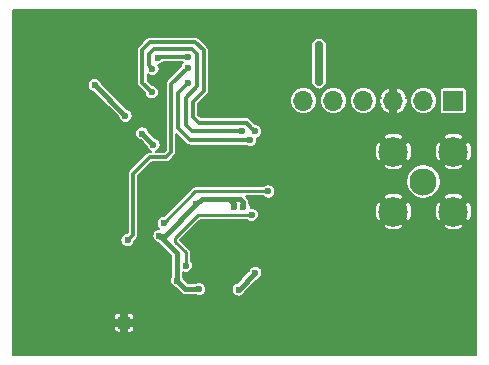
<source format=gbl>
G04 #@! TF.GenerationSoftware,KiCad,Pcbnew,(5.1.0)-1*
G04 #@! TF.CreationDate,2019-06-21T15:08:08-03:00*
G04 #@! TF.ProjectId,EstacionTerrena,45737461-6369-46f6-9e54-657272656e61,rev?*
G04 #@! TF.SameCoordinates,Original*
G04 #@! TF.FileFunction,Copper,L2,Bot*
G04 #@! TF.FilePolarity,Positive*
%FSLAX46Y46*%
G04 Gerber Fmt 4.6, Leading zero omitted, Abs format (unit mm)*
G04 Created by KiCad (PCBNEW (5.1.0)-1) date 2019-06-21 15:08:08*
%MOMM*%
%LPD*%
G04 APERTURE LIST*
%ADD10R,1.700000X1.700000*%
%ADD11O,1.700000X1.700000*%
%ADD12C,2.300000*%
%ADD13C,2.500000*%
%ADD14R,1.000000X1.000000*%
%ADD15C,0.600000*%
%ADD16C,1.200000*%
%ADD17C,1.000000*%
%ADD18C,0.400000*%
%ADD19C,0.700000*%
%ADD20C,0.300000*%
%ADD21C,0.250000*%
%ADD22C,0.200000*%
G04 APERTURE END LIST*
D10*
X37674520Y-8095600D03*
D11*
X35134520Y-8095600D03*
X32594520Y-8095600D03*
X30054520Y-8095600D03*
X27514520Y-8095600D03*
X24974520Y-8095600D03*
D12*
X35139600Y-14928200D03*
D13*
X32599600Y-17468200D03*
X37679600Y-17468200D03*
X37679600Y-12388200D03*
X32599600Y-12388200D03*
D14*
X9805640Y-26871280D03*
D15*
X12279600Y-11829400D03*
X11314400Y-10864200D03*
X26300400Y-3396600D03*
X26300400Y-4006200D03*
X26300400Y-6495400D03*
X26300400Y-5835000D03*
X7306280Y-6769720D03*
X9912320Y-9375760D03*
X30593000Y-25545400D03*
X31482000Y-25545400D03*
X29678600Y-25545400D03*
X30567600Y-24656400D03*
X30593000Y-26434400D03*
X29704000Y-26434400D03*
X31482000Y-26434400D03*
X31482000Y-24656400D03*
X29678600Y-24656400D03*
D16*
X3999200Y-9594200D03*
X2627600Y-9594200D03*
X3338800Y-8324200D03*
X1814800Y-8324200D03*
X1256000Y-9594200D03*
X2780000Y-20211400D03*
X4151600Y-20211400D03*
X2068800Y-21481400D03*
X3592800Y-21481400D03*
D15*
X17105600Y-20109800D03*
X16242000Y-19246200D03*
X17969200Y-19246200D03*
X17969200Y-20973400D03*
X16242000Y-20973400D03*
X9333200Y-14826600D03*
X5878800Y-16299800D03*
X16038800Y-25139000D03*
X22846000Y-20363800D03*
X18528000Y-24885000D03*
X22866320Y-22370400D03*
D16*
X1408400Y-20211400D03*
D15*
X20153600Y-28796602D03*
X14006800Y-25799398D03*
X22693600Y-2685400D03*
X24420800Y-1364600D03*
D17*
X20153600Y-3396600D03*
X29500800Y-1669400D03*
D15*
X24116000Y-4209400D03*
D17*
X30567600Y-3295000D03*
D15*
X30262800Y-1110600D03*
X30821600Y-1567800D03*
X30872400Y-2380600D03*
X30313600Y-2025000D03*
X30405051Y-4250051D03*
X29246800Y-4361800D03*
X27824400Y-4412600D03*
X19137600Y-14267800D03*
X20407600Y-14318600D03*
X26391840Y-26906840D03*
X22160200Y-18204800D03*
X5421598Y-21430600D03*
X22251640Y-24661480D03*
X11619198Y-21075000D03*
X19225000Y-28023400D03*
X12254200Y-22929172D03*
X17232600Y-14445600D03*
X26391840Y-26221040D03*
X26315640Y-23427040D03*
X26275000Y-22802200D03*
X25589200Y-22751400D03*
X25589200Y-22091000D03*
X25589200Y-21405200D03*
X25411400Y-20744800D03*
X25081200Y-20059000D03*
X24649400Y-19525600D03*
X24217600Y-18941400D03*
X26417240Y-27567240D03*
X27291000Y-27958400D03*
X28002200Y-27958400D03*
X28713400Y-27958400D03*
X31583600Y-28618800D03*
X31202600Y-29177600D03*
X30542200Y-29406200D03*
X29831000Y-29406200D03*
X29145200Y-29406200D03*
X28434000Y-29406200D03*
X23506400Y-22400880D03*
X23496240Y-23071440D03*
X22251640Y-24011240D03*
X22251640Y-25306640D03*
X22277040Y-25992440D03*
X22302440Y-26678240D03*
X22302440Y-27364040D03*
X22835840Y-23071440D03*
X22226240Y-23325440D03*
X22962840Y-27592640D03*
X23623240Y-27618040D03*
X25731440Y-27618040D03*
X21728400Y-28491800D03*
X21296600Y-27882200D03*
X21017200Y-28542600D03*
X27748200Y-29406200D03*
X27087800Y-29406200D03*
X26427400Y-29406200D03*
X25792400Y-29406200D03*
X25157400Y-29406200D03*
X24522400Y-29406200D03*
X23887400Y-29406200D03*
X23252400Y-29406200D03*
X22617400Y-29406200D03*
X21957000Y-29406200D03*
X21372800Y-29126800D03*
X22185600Y-22319600D03*
X20458400Y-21252800D03*
X21093400Y-21532200D03*
X21499800Y-22116400D03*
X20534600Y-19474800D03*
X21118800Y-19170000D03*
X21550600Y-18611200D03*
X22769800Y-18027000D03*
X23862000Y-18382600D03*
X23430200Y-17874600D03*
X28281600Y-27323400D03*
X32244000Y-28339400D03*
X32371000Y-27628200D03*
D16*
X37471320Y-21979240D03*
X37603400Y-28608640D03*
D15*
X32990760Y-28984560D03*
X34850040Y-29020120D03*
X35525680Y-29045520D03*
X36191160Y-29040440D03*
X36841400Y-29243640D03*
X38380640Y-27973640D03*
X39061360Y-27897440D03*
X38411120Y-21562680D03*
X37923440Y-21095320D03*
X37268120Y-21024200D03*
X36668680Y-21313760D03*
X36470560Y-21948760D03*
X38645830Y-22151960D03*
X35688240Y-25870520D03*
X32325280Y-29004880D03*
X21652200Y-27358960D03*
X21322000Y-25611440D03*
X25060880Y-27628200D03*
X27077640Y-27338640D03*
X26386590Y-25535240D03*
X26386590Y-24849440D03*
X26386590Y-24138240D03*
X35998120Y-21135960D03*
X35566320Y-20648280D03*
X35119280Y-20160600D03*
X34662080Y-19718640D03*
X34082960Y-19449400D03*
X33442880Y-19378280D03*
X28129200Y-18164160D03*
X26955720Y-16035640D03*
X28474640Y-13470240D03*
X31756320Y-19068400D03*
X30974000Y-18179400D03*
X30847000Y-17574880D03*
X30907960Y-16909400D03*
X30892720Y-16249000D03*
X31344840Y-15756240D03*
X31995080Y-15624160D03*
X32675800Y-15619080D03*
X33376840Y-15629240D03*
X33356520Y-14150960D03*
X32701200Y-14150960D03*
X32045880Y-14120480D03*
X31385480Y-14023960D03*
X31151800Y-13414360D03*
X30826680Y-12677760D03*
X30166280Y-12672680D03*
X29521120Y-12662520D03*
X28896280Y-12672680D03*
X28256200Y-12850480D03*
X28591480Y-14125560D03*
X29140120Y-14476080D03*
X29124880Y-15111080D03*
X28505120Y-15202520D03*
X27865040Y-15207600D03*
X27230040Y-15233000D03*
X26615360Y-15466680D03*
X27128440Y-16701120D03*
X27763440Y-16894160D03*
X28423840Y-16904320D03*
X29063920Y-16909400D03*
X29124880Y-17534240D03*
X28494960Y-17615520D03*
X28408600Y-18819480D03*
X29043600Y-18976960D03*
X29114720Y-19606880D03*
X28875960Y-20211400D03*
X20128200Y-6622400D03*
X16424880Y-8603600D03*
X31431200Y-6891640D03*
X7326600Y-2898760D03*
X10557480Y-8517240D03*
X12193240Y-5398120D03*
X19792920Y-10691480D03*
X12132280Y-7369160D03*
X20880040Y-10671160D03*
X10086000Y-19893000D03*
X15164800Y-5293000D03*
X15186000Y-4393000D03*
X12648380Y-4430620D03*
X16140400Y-24043010D03*
X19493200Y-24072200D03*
X20905600Y-22659800D03*
X15886400Y-16858600D03*
X19137600Y-17087200D03*
X19899600Y-17087200D03*
X14276058Y-23325458D03*
X12787600Y-19525600D03*
X15180280Y-6617320D03*
X20456789Y-11430231D03*
X15022800Y-22065600D03*
X20610800Y-17747600D03*
X22007800Y-15766400D03*
X13143200Y-18458800D03*
D18*
X12279600Y-11829400D02*
X11314400Y-10864200D01*
D19*
X26300400Y-3396600D02*
X26300400Y-5530200D01*
X26300400Y-5530200D02*
X26300400Y-6495400D01*
D18*
X7306280Y-6769720D02*
X9912320Y-9375760D01*
D20*
X15952440Y-6876400D02*
X15007560Y-7821280D01*
X12299920Y-3691240D02*
X15551120Y-3691240D01*
X11893241Y-4097919D02*
X12299920Y-3691240D01*
X15007560Y-7821280D02*
X15007560Y-10132680D01*
X12193240Y-5398120D02*
X11893241Y-5098121D01*
X15551120Y-3691240D02*
X15952440Y-4092560D01*
X11893241Y-5098121D02*
X11893241Y-4097919D01*
X19368656Y-10691480D02*
X19792920Y-10691480D01*
X15007560Y-10132680D02*
X15566360Y-10691480D01*
X15566360Y-10691480D02*
X19368656Y-10691480D01*
X15952440Y-4092560D02*
X15952440Y-6876400D01*
X20580041Y-10371161D02*
X20880040Y-10671160D01*
X20158680Y-9949800D02*
X20580041Y-10371161D01*
X16094680Y-9949800D02*
X20158680Y-9949800D01*
X15586680Y-8192120D02*
X15586680Y-9441800D01*
X16536640Y-7242160D02*
X15586680Y-8192120D01*
X11339800Y-6576680D02*
X11339800Y-3782680D01*
X12132280Y-7369160D02*
X11339800Y-6576680D01*
X15586680Y-9441800D02*
X16094680Y-9949800D01*
X11339800Y-3782680D02*
X12010360Y-3112120D01*
X12010360Y-3112120D02*
X15815280Y-3112120D01*
X15815280Y-3112120D02*
X16536640Y-3833480D01*
X16536640Y-3833480D02*
X16536640Y-7242160D01*
X10385999Y-19593001D02*
X10086000Y-19893000D01*
X10552400Y-19426600D02*
X10385999Y-19593001D01*
X15164800Y-5293000D02*
X13752800Y-6705000D01*
X13752800Y-6705000D02*
X13752800Y-12444080D01*
X13752800Y-12444080D02*
X13341320Y-12855560D01*
X11974800Y-12855560D02*
X10552400Y-14277960D01*
X13341320Y-12855560D02*
X11974800Y-12855560D01*
X10552400Y-14277960D02*
X10552400Y-19426600D01*
X15186000Y-4393000D02*
X12686000Y-4393000D01*
X12686000Y-4393000D02*
X12648380Y-4430620D01*
D18*
X19493200Y-24072200D02*
X20905600Y-22659800D01*
X19137600Y-16863400D02*
X19137600Y-17087200D01*
X19602364Y-16365700D02*
X18639900Y-16365700D01*
X19899600Y-16662936D02*
X19602364Y-16365700D01*
X19899600Y-17087200D02*
X19899600Y-16662936D01*
X18639900Y-16365700D02*
X19137600Y-16863400D01*
X16140400Y-24043010D02*
X14993610Y-24043010D01*
X14993610Y-24043010D02*
X14276058Y-23325458D01*
X15886400Y-16858600D02*
X13219400Y-19525600D01*
X13219400Y-19525600D02*
X13211864Y-19525600D01*
X13211864Y-19525600D02*
X12787600Y-19525600D01*
X14276058Y-21014058D02*
X13087599Y-19825599D01*
X13087599Y-19825599D02*
X12787600Y-19525600D01*
X14276058Y-23325458D02*
X14276058Y-21014058D01*
X16379300Y-16365700D02*
X15886400Y-16858600D01*
X18639900Y-16365700D02*
X16379300Y-16365700D01*
D20*
X15180280Y-6617320D02*
X14397960Y-7399640D01*
X14397960Y-10422240D02*
X15405951Y-11430231D01*
X20032525Y-11430231D02*
X20456789Y-11430231D01*
X15405951Y-11430231D02*
X20032525Y-11430231D01*
X14397960Y-7399640D02*
X14397960Y-10422240D01*
D21*
X16038800Y-17747600D02*
X20610800Y-17747600D01*
X14108400Y-19678000D02*
X16038800Y-17747600D01*
X14108400Y-20008200D02*
X14108400Y-19678000D01*
X15022800Y-22065600D02*
X15022800Y-20922600D01*
X15022800Y-20922600D02*
X14108400Y-20008200D01*
X13143200Y-18458800D02*
X15835600Y-15766400D01*
X21583536Y-15766400D02*
X22007800Y-15766400D01*
X15835600Y-15766400D02*
X21583536Y-15766400D01*
D22*
G36*
X39625000Y-29625000D02*
G01*
X375000Y-29625000D01*
X375000Y-27371280D01*
X8953946Y-27371280D01*
X8960704Y-27439892D01*
X8980717Y-27505867D01*
X9013217Y-27566671D01*
X9056955Y-27619965D01*
X9110249Y-27663703D01*
X9171053Y-27696203D01*
X9237028Y-27716216D01*
X9305640Y-27722974D01*
X9468140Y-27721280D01*
X9555640Y-27633780D01*
X9555640Y-27121280D01*
X10055640Y-27121280D01*
X10055640Y-27633780D01*
X10143140Y-27721280D01*
X10305640Y-27722974D01*
X10374252Y-27716216D01*
X10440227Y-27696203D01*
X10501031Y-27663703D01*
X10554325Y-27619965D01*
X10598063Y-27566671D01*
X10630563Y-27505867D01*
X10650576Y-27439892D01*
X10657334Y-27371280D01*
X10655640Y-27208780D01*
X10568140Y-27121280D01*
X10055640Y-27121280D01*
X9555640Y-27121280D01*
X9043140Y-27121280D01*
X8955640Y-27208780D01*
X8953946Y-27371280D01*
X375000Y-27371280D01*
X375000Y-26371280D01*
X8953946Y-26371280D01*
X8955640Y-26533780D01*
X9043140Y-26621280D01*
X9555640Y-26621280D01*
X9555640Y-26108780D01*
X10055640Y-26108780D01*
X10055640Y-26621280D01*
X10568140Y-26621280D01*
X10655640Y-26533780D01*
X10657334Y-26371280D01*
X10650576Y-26302668D01*
X10630563Y-26236693D01*
X10598063Y-26175889D01*
X10554325Y-26122595D01*
X10501031Y-26078857D01*
X10440227Y-26046357D01*
X10374252Y-26026344D01*
X10305640Y-26019586D01*
X10143140Y-26021280D01*
X10055640Y-26108780D01*
X9555640Y-26108780D01*
X9468140Y-26021280D01*
X9305640Y-26019586D01*
X9237028Y-26026344D01*
X9171053Y-26046357D01*
X9110249Y-26078857D01*
X9056955Y-26122595D01*
X9013217Y-26175889D01*
X8980717Y-26236693D01*
X8960704Y-26302668D01*
X8953946Y-26371280D01*
X375000Y-26371280D01*
X375000Y-19833905D01*
X9486000Y-19833905D01*
X9486000Y-19952095D01*
X9509058Y-20068014D01*
X9554287Y-20177207D01*
X9619950Y-20275478D01*
X9703522Y-20359050D01*
X9801793Y-20424713D01*
X9910986Y-20469942D01*
X10026905Y-20493000D01*
X10145095Y-20493000D01*
X10261014Y-20469942D01*
X10370207Y-20424713D01*
X10468478Y-20359050D01*
X10552050Y-20275478D01*
X10617713Y-20177207D01*
X10662942Y-20068014D01*
X10686000Y-19952095D01*
X10686000Y-19929395D01*
X10854966Y-19760429D01*
X10872137Y-19746337D01*
X10928371Y-19677816D01*
X10970157Y-19599641D01*
X10995889Y-19514815D01*
X11000646Y-19466505D01*
X12187600Y-19466505D01*
X12187600Y-19584695D01*
X12210658Y-19700614D01*
X12255887Y-19809807D01*
X12321550Y-19908078D01*
X12405122Y-19991650D01*
X12503393Y-20057313D01*
X12612586Y-20102542D01*
X12668573Y-20113679D01*
X12751413Y-20196519D01*
X12751418Y-20196523D01*
X13776059Y-21221166D01*
X13776058Y-22993789D01*
X13744345Y-23041251D01*
X13699116Y-23150444D01*
X13676058Y-23266363D01*
X13676058Y-23384553D01*
X13699116Y-23500472D01*
X13744345Y-23609665D01*
X13810008Y-23707936D01*
X13893580Y-23791508D01*
X13991851Y-23857171D01*
X14101044Y-23902400D01*
X14157031Y-23913537D01*
X14622690Y-24379197D01*
X14638346Y-24398274D01*
X14714481Y-24460756D01*
X14801343Y-24507185D01*
X14895593Y-24535775D01*
X14993610Y-24545429D01*
X15018170Y-24543010D01*
X15808731Y-24543010D01*
X15856193Y-24574723D01*
X15965386Y-24619952D01*
X16081305Y-24643010D01*
X16199495Y-24643010D01*
X16315414Y-24619952D01*
X16424607Y-24574723D01*
X16522878Y-24509060D01*
X16606450Y-24425488D01*
X16672113Y-24327217D01*
X16717342Y-24218024D01*
X16740400Y-24102105D01*
X16740400Y-24013105D01*
X18893200Y-24013105D01*
X18893200Y-24131295D01*
X18916258Y-24247214D01*
X18961487Y-24356407D01*
X19027150Y-24454678D01*
X19110722Y-24538250D01*
X19208993Y-24603913D01*
X19318186Y-24649142D01*
X19434105Y-24672200D01*
X19552295Y-24672200D01*
X19668214Y-24649142D01*
X19777407Y-24603913D01*
X19875678Y-24538250D01*
X19959250Y-24454678D01*
X20024913Y-24356407D01*
X20070142Y-24247214D01*
X20081279Y-24191227D01*
X21024628Y-23247878D01*
X21080614Y-23236742D01*
X21189807Y-23191513D01*
X21288078Y-23125850D01*
X21371650Y-23042278D01*
X21437313Y-22944007D01*
X21482542Y-22834814D01*
X21505600Y-22718895D01*
X21505600Y-22600705D01*
X21482542Y-22484786D01*
X21437313Y-22375593D01*
X21371650Y-22277322D01*
X21288078Y-22193750D01*
X21189807Y-22128087D01*
X21080614Y-22082858D01*
X20964695Y-22059800D01*
X20846505Y-22059800D01*
X20730586Y-22082858D01*
X20621393Y-22128087D01*
X20523122Y-22193750D01*
X20439550Y-22277322D01*
X20373887Y-22375593D01*
X20328658Y-22484786D01*
X20317522Y-22540772D01*
X19374173Y-23484121D01*
X19318186Y-23495258D01*
X19208993Y-23540487D01*
X19110722Y-23606150D01*
X19027150Y-23689722D01*
X18961487Y-23787993D01*
X18916258Y-23897186D01*
X18893200Y-24013105D01*
X16740400Y-24013105D01*
X16740400Y-23983915D01*
X16717342Y-23867996D01*
X16672113Y-23758803D01*
X16606450Y-23660532D01*
X16522878Y-23576960D01*
X16424607Y-23511297D01*
X16315414Y-23466068D01*
X16199495Y-23443010D01*
X16081305Y-23443010D01*
X15965386Y-23466068D01*
X15856193Y-23511297D01*
X15808731Y-23543010D01*
X15200717Y-23543010D01*
X14864137Y-23206431D01*
X14853000Y-23150444D01*
X14807771Y-23041251D01*
X14776058Y-22993789D01*
X14776058Y-22612831D01*
X14847786Y-22642542D01*
X14963705Y-22665600D01*
X15081895Y-22665600D01*
X15197814Y-22642542D01*
X15307007Y-22597313D01*
X15405278Y-22531650D01*
X15488850Y-22448078D01*
X15554513Y-22349807D01*
X15599742Y-22240614D01*
X15622800Y-22124695D01*
X15622800Y-22006505D01*
X15599742Y-21890586D01*
X15554513Y-21781393D01*
X15488850Y-21683122D01*
X15447800Y-21642072D01*
X15447800Y-20943467D01*
X15449855Y-20922600D01*
X15447800Y-20901733D01*
X15447800Y-20901726D01*
X15441650Y-20839286D01*
X15417348Y-20759173D01*
X15377884Y-20685340D01*
X15324774Y-20620626D01*
X15308562Y-20607321D01*
X14544340Y-19843100D01*
X15682125Y-18705315D01*
X31716038Y-18705315D01*
X31868342Y-18900016D01*
X32161726Y-19015165D01*
X32471938Y-19070865D01*
X32787055Y-19064976D01*
X33094969Y-18997724D01*
X33330858Y-18900016D01*
X33483162Y-18705315D01*
X36796038Y-18705315D01*
X36948342Y-18900016D01*
X37241726Y-19015165D01*
X37551938Y-19070865D01*
X37867055Y-19064976D01*
X38174969Y-18997724D01*
X38410858Y-18900016D01*
X38563162Y-18705315D01*
X37679600Y-17821753D01*
X36796038Y-18705315D01*
X33483162Y-18705315D01*
X32599600Y-17821753D01*
X31716038Y-18705315D01*
X15682125Y-18705315D01*
X16214841Y-18172600D01*
X20187272Y-18172600D01*
X20228322Y-18213650D01*
X20326593Y-18279313D01*
X20435786Y-18324542D01*
X20551705Y-18347600D01*
X20669895Y-18347600D01*
X20785814Y-18324542D01*
X20895007Y-18279313D01*
X20993278Y-18213650D01*
X21076850Y-18130078D01*
X21142513Y-18031807D01*
X21187742Y-17922614D01*
X21210800Y-17806695D01*
X21210800Y-17688505D01*
X21187742Y-17572586D01*
X21142513Y-17463393D01*
X21076850Y-17365122D01*
X21052266Y-17340538D01*
X30996935Y-17340538D01*
X31002824Y-17655655D01*
X31070076Y-17963569D01*
X31167784Y-18199458D01*
X31362485Y-18351762D01*
X32246047Y-17468200D01*
X32953153Y-17468200D01*
X33836715Y-18351762D01*
X34031416Y-18199458D01*
X34146565Y-17906074D01*
X34202265Y-17595862D01*
X34197494Y-17340538D01*
X36076935Y-17340538D01*
X36082824Y-17655655D01*
X36150076Y-17963569D01*
X36247784Y-18199458D01*
X36442485Y-18351762D01*
X37326047Y-17468200D01*
X38033153Y-17468200D01*
X38916715Y-18351762D01*
X39111416Y-18199458D01*
X39226565Y-17906074D01*
X39282265Y-17595862D01*
X39276376Y-17280745D01*
X39209124Y-16972831D01*
X39111416Y-16736942D01*
X38916715Y-16584638D01*
X38033153Y-17468200D01*
X37326047Y-17468200D01*
X36442485Y-16584638D01*
X36247784Y-16736942D01*
X36132635Y-17030326D01*
X36076935Y-17340538D01*
X34197494Y-17340538D01*
X34196376Y-17280745D01*
X34129124Y-16972831D01*
X34031416Y-16736942D01*
X33836715Y-16584638D01*
X32953153Y-17468200D01*
X32246047Y-17468200D01*
X31362485Y-16584638D01*
X31167784Y-16736942D01*
X31052635Y-17030326D01*
X30996935Y-17340538D01*
X21052266Y-17340538D01*
X20993278Y-17281550D01*
X20895007Y-17215887D01*
X20785814Y-17170658D01*
X20669895Y-17147600D01*
X20551705Y-17147600D01*
X20497183Y-17158445D01*
X20499600Y-17146295D01*
X20499600Y-17028105D01*
X20476542Y-16912186D01*
X20431313Y-16802993D01*
X20399600Y-16755531D01*
X20399600Y-16687493D01*
X20402019Y-16662935D01*
X20397903Y-16621150D01*
X20392365Y-16564920D01*
X20363775Y-16470669D01*
X20317346Y-16383807D01*
X20254864Y-16307672D01*
X20235776Y-16292007D01*
X20135169Y-16191400D01*
X21584272Y-16191400D01*
X21625322Y-16232450D01*
X21723593Y-16298113D01*
X21832786Y-16343342D01*
X21948705Y-16366400D01*
X22066895Y-16366400D01*
X22182814Y-16343342D01*
X22292007Y-16298113D01*
X22390278Y-16232450D01*
X22391643Y-16231085D01*
X31716038Y-16231085D01*
X32599600Y-17114647D01*
X33483162Y-16231085D01*
X33330858Y-16036384D01*
X33037474Y-15921235D01*
X32727262Y-15865535D01*
X32412145Y-15871424D01*
X32104231Y-15938676D01*
X31868342Y-16036384D01*
X31716038Y-16231085D01*
X22391643Y-16231085D01*
X22473850Y-16148878D01*
X22539513Y-16050607D01*
X22584742Y-15941414D01*
X22607800Y-15825495D01*
X22607800Y-15707305D01*
X22584742Y-15591386D01*
X22539513Y-15482193D01*
X22473850Y-15383922D01*
X22390278Y-15300350D01*
X22292007Y-15234687D01*
X22182814Y-15189458D01*
X22066895Y-15166400D01*
X21948705Y-15166400D01*
X21832786Y-15189458D01*
X21723593Y-15234687D01*
X21625322Y-15300350D01*
X21584272Y-15341400D01*
X15856474Y-15341400D01*
X15835600Y-15339344D01*
X15814726Y-15341400D01*
X15752286Y-15347550D01*
X15672173Y-15371852D01*
X15598340Y-15411316D01*
X15533626Y-15464426D01*
X15520316Y-15480644D01*
X13142160Y-17858800D01*
X13084105Y-17858800D01*
X12968186Y-17881858D01*
X12858993Y-17927087D01*
X12760722Y-17992750D01*
X12677150Y-18076322D01*
X12611487Y-18174593D01*
X12566258Y-18283786D01*
X12543200Y-18399705D01*
X12543200Y-18517895D01*
X12566258Y-18633814D01*
X12611487Y-18743007D01*
X12677150Y-18841278D01*
X12760722Y-18924850D01*
X12761844Y-18925600D01*
X12728505Y-18925600D01*
X12612586Y-18948658D01*
X12503393Y-18993887D01*
X12405122Y-19059550D01*
X12321550Y-19143122D01*
X12255887Y-19241393D01*
X12210658Y-19350586D01*
X12187600Y-19466505D01*
X11000646Y-19466505D01*
X11002400Y-19448705D01*
X11002400Y-19448694D01*
X11004576Y-19426600D01*
X11002400Y-19404506D01*
X11002400Y-14785387D01*
X33689600Y-14785387D01*
X33689600Y-15071013D01*
X33745323Y-15351149D01*
X33854627Y-15615033D01*
X34013311Y-15852521D01*
X34215279Y-16054489D01*
X34452767Y-16213173D01*
X34716651Y-16322477D01*
X34996787Y-16378200D01*
X35282413Y-16378200D01*
X35562549Y-16322477D01*
X35783189Y-16231085D01*
X36796038Y-16231085D01*
X37679600Y-17114647D01*
X38563162Y-16231085D01*
X38410858Y-16036384D01*
X38117474Y-15921235D01*
X37807262Y-15865535D01*
X37492145Y-15871424D01*
X37184231Y-15938676D01*
X36948342Y-16036384D01*
X36796038Y-16231085D01*
X35783189Y-16231085D01*
X35826433Y-16213173D01*
X36063921Y-16054489D01*
X36265889Y-15852521D01*
X36424573Y-15615033D01*
X36533877Y-15351149D01*
X36589600Y-15071013D01*
X36589600Y-14785387D01*
X36533877Y-14505251D01*
X36424573Y-14241367D01*
X36265889Y-14003879D01*
X36063921Y-13801911D01*
X35826433Y-13643227D01*
X35783190Y-13625315D01*
X36796038Y-13625315D01*
X36948342Y-13820016D01*
X37241726Y-13935165D01*
X37551938Y-13990865D01*
X37867055Y-13984976D01*
X38174969Y-13917724D01*
X38410858Y-13820016D01*
X38563162Y-13625315D01*
X37679600Y-12741753D01*
X36796038Y-13625315D01*
X35783190Y-13625315D01*
X35562549Y-13533923D01*
X35282413Y-13478200D01*
X34996787Y-13478200D01*
X34716651Y-13533923D01*
X34452767Y-13643227D01*
X34215279Y-13801911D01*
X34013311Y-14003879D01*
X33854627Y-14241367D01*
X33745323Y-14505251D01*
X33689600Y-14785387D01*
X11002400Y-14785387D01*
X11002400Y-14464355D01*
X11841440Y-13625315D01*
X31716038Y-13625315D01*
X31868342Y-13820016D01*
X32161726Y-13935165D01*
X32471938Y-13990865D01*
X32787055Y-13984976D01*
X33094969Y-13917724D01*
X33330858Y-13820016D01*
X33483162Y-13625315D01*
X32599600Y-12741753D01*
X31716038Y-13625315D01*
X11841440Y-13625315D01*
X12161196Y-13305560D01*
X13319226Y-13305560D01*
X13341320Y-13307736D01*
X13363414Y-13305560D01*
X13363425Y-13305560D01*
X13429535Y-13299049D01*
X13514361Y-13273317D01*
X13592536Y-13231531D01*
X13661057Y-13175297D01*
X13675148Y-13158127D01*
X14055372Y-12777904D01*
X14072537Y-12763817D01*
X14086624Y-12746652D01*
X14086628Y-12746648D01*
X14128771Y-12695297D01*
X14170557Y-12617121D01*
X14174433Y-12604344D01*
X14196289Y-12532295D01*
X14202800Y-12466185D01*
X14202800Y-12466174D01*
X14204976Y-12444080D01*
X14202800Y-12421986D01*
X14202800Y-12260538D01*
X30996935Y-12260538D01*
X31002824Y-12575655D01*
X31070076Y-12883569D01*
X31167784Y-13119458D01*
X31362485Y-13271762D01*
X32246047Y-12388200D01*
X32953153Y-12388200D01*
X33836715Y-13271762D01*
X34031416Y-13119458D01*
X34146565Y-12826074D01*
X34202265Y-12515862D01*
X34197494Y-12260538D01*
X36076935Y-12260538D01*
X36082824Y-12575655D01*
X36150076Y-12883569D01*
X36247784Y-13119458D01*
X36442485Y-13271762D01*
X37326047Y-12388200D01*
X38033153Y-12388200D01*
X38916715Y-13271762D01*
X39111416Y-13119458D01*
X39226565Y-12826074D01*
X39282265Y-12515862D01*
X39276376Y-12200745D01*
X39209124Y-11892831D01*
X39111416Y-11656942D01*
X38916715Y-11504638D01*
X38033153Y-12388200D01*
X37326047Y-12388200D01*
X36442485Y-11504638D01*
X36247784Y-11656942D01*
X36132635Y-11950326D01*
X36076935Y-12260538D01*
X34197494Y-12260538D01*
X34196376Y-12200745D01*
X34129124Y-11892831D01*
X34031416Y-11656942D01*
X33836715Y-11504638D01*
X32953153Y-12388200D01*
X32246047Y-12388200D01*
X31362485Y-11504638D01*
X31167784Y-11656942D01*
X31052635Y-11950326D01*
X30996935Y-12260538D01*
X14202800Y-12260538D01*
X14202800Y-10863475D01*
X15072127Y-11732803D01*
X15086214Y-11749968D01*
X15103379Y-11764055D01*
X15103383Y-11764059D01*
X15154734Y-11806202D01*
X15232910Y-11847988D01*
X15317736Y-11873720D01*
X15383846Y-11880231D01*
X15383857Y-11880231D01*
X15405951Y-11882407D01*
X15428045Y-11880231D01*
X20058261Y-11880231D01*
X20074311Y-11896281D01*
X20172582Y-11961944D01*
X20281775Y-12007173D01*
X20397694Y-12030231D01*
X20515884Y-12030231D01*
X20631803Y-12007173D01*
X20740996Y-11961944D01*
X20839267Y-11896281D01*
X20922839Y-11812709D01*
X20988502Y-11714438D01*
X21033731Y-11605245D01*
X21056789Y-11489326D01*
X21056789Y-11371136D01*
X21033731Y-11255217D01*
X21032631Y-11252562D01*
X21055054Y-11248102D01*
X21164247Y-11202873D01*
X21241752Y-11151085D01*
X31716038Y-11151085D01*
X32599600Y-12034647D01*
X33483162Y-11151085D01*
X36796038Y-11151085D01*
X37679600Y-12034647D01*
X38563162Y-11151085D01*
X38410858Y-10956384D01*
X38117474Y-10841235D01*
X37807262Y-10785535D01*
X37492145Y-10791424D01*
X37184231Y-10858676D01*
X36948342Y-10956384D01*
X36796038Y-11151085D01*
X33483162Y-11151085D01*
X33330858Y-10956384D01*
X33037474Y-10841235D01*
X32727262Y-10785535D01*
X32412145Y-10791424D01*
X32104231Y-10858676D01*
X31868342Y-10956384D01*
X31716038Y-11151085D01*
X21241752Y-11151085D01*
X21262518Y-11137210D01*
X21346090Y-11053638D01*
X21411753Y-10955367D01*
X21456982Y-10846174D01*
X21480040Y-10730255D01*
X21480040Y-10612065D01*
X21456982Y-10496146D01*
X21411753Y-10386953D01*
X21346090Y-10288682D01*
X21262518Y-10205110D01*
X21164247Y-10139447D01*
X21055054Y-10094218D01*
X20939135Y-10071160D01*
X20916435Y-10071160D01*
X20913874Y-10068599D01*
X20913869Y-10068593D01*
X20492507Y-9647232D01*
X20478417Y-9630063D01*
X20409896Y-9573829D01*
X20331721Y-9532043D01*
X20246895Y-9506311D01*
X20180785Y-9499800D01*
X20180774Y-9499800D01*
X20158680Y-9497624D01*
X20136586Y-9499800D01*
X16281076Y-9499800D01*
X16036680Y-9255405D01*
X16036680Y-8378515D01*
X16319595Y-8095600D01*
X23818956Y-8095600D01*
X23841160Y-8321039D01*
X23906918Y-8537815D01*
X24013704Y-8737597D01*
X24157413Y-8912707D01*
X24332523Y-9056416D01*
X24532305Y-9163202D01*
X24749081Y-9228960D01*
X24918028Y-9245600D01*
X25031012Y-9245600D01*
X25199959Y-9228960D01*
X25416735Y-9163202D01*
X25616517Y-9056416D01*
X25791627Y-8912707D01*
X25935336Y-8737597D01*
X26042122Y-8537815D01*
X26107880Y-8321039D01*
X26130084Y-8095600D01*
X26358956Y-8095600D01*
X26381160Y-8321039D01*
X26446918Y-8537815D01*
X26553704Y-8737597D01*
X26697413Y-8912707D01*
X26872523Y-9056416D01*
X27072305Y-9163202D01*
X27289081Y-9228960D01*
X27458028Y-9245600D01*
X27571012Y-9245600D01*
X27739959Y-9228960D01*
X27956735Y-9163202D01*
X28156517Y-9056416D01*
X28331627Y-8912707D01*
X28475336Y-8737597D01*
X28582122Y-8537815D01*
X28647880Y-8321039D01*
X28670084Y-8095600D01*
X28898956Y-8095600D01*
X28921160Y-8321039D01*
X28986918Y-8537815D01*
X29093704Y-8737597D01*
X29237413Y-8912707D01*
X29412523Y-9056416D01*
X29612305Y-9163202D01*
X29829081Y-9228960D01*
X29998028Y-9245600D01*
X30111012Y-9245600D01*
X30279959Y-9228960D01*
X30496735Y-9163202D01*
X30696517Y-9056416D01*
X30871627Y-8912707D01*
X31015336Y-8737597D01*
X31122122Y-8537815D01*
X31187880Y-8321039D01*
X31210084Y-8095600D01*
X31187880Y-7870161D01*
X31180429Y-7845598D01*
X31394520Y-7845598D01*
X31394520Y-8345602D01*
X31508339Y-8345602D01*
X31474398Y-8526126D01*
X31579912Y-8736379D01*
X31724417Y-8922007D01*
X31902360Y-9075876D01*
X32106902Y-9192074D01*
X32163996Y-9215711D01*
X32344520Y-9179646D01*
X32344520Y-8345600D01*
X32324520Y-8345600D01*
X32324520Y-7845600D01*
X32344520Y-7845600D01*
X32344520Y-7011554D01*
X32844520Y-7011554D01*
X32844520Y-7845600D01*
X32864520Y-7845600D01*
X32864520Y-8345600D01*
X32844520Y-8345600D01*
X32844520Y-9179646D01*
X33025044Y-9215711D01*
X33082138Y-9192074D01*
X33286680Y-9075876D01*
X33464623Y-8922007D01*
X33609128Y-8736379D01*
X33714642Y-8526126D01*
X33680701Y-8345602D01*
X33794520Y-8345602D01*
X33794520Y-8095600D01*
X33978956Y-8095600D01*
X34001160Y-8321039D01*
X34066918Y-8537815D01*
X34173704Y-8737597D01*
X34317413Y-8912707D01*
X34492523Y-9056416D01*
X34692305Y-9163202D01*
X34909081Y-9228960D01*
X35078028Y-9245600D01*
X35191012Y-9245600D01*
X35359959Y-9228960D01*
X35576735Y-9163202D01*
X35776517Y-9056416D01*
X35951627Y-8912707D01*
X36095336Y-8737597D01*
X36202122Y-8537815D01*
X36267880Y-8321039D01*
X36290084Y-8095600D01*
X36267880Y-7870161D01*
X36202122Y-7653385D01*
X36095336Y-7453603D01*
X35951627Y-7278493D01*
X35911547Y-7245600D01*
X36523069Y-7245600D01*
X36523069Y-8945600D01*
X36528861Y-9004410D01*
X36546016Y-9060960D01*
X36573873Y-9113077D01*
X36611362Y-9158758D01*
X36657043Y-9196247D01*
X36709160Y-9224104D01*
X36765710Y-9241259D01*
X36824520Y-9247051D01*
X38524520Y-9247051D01*
X38583330Y-9241259D01*
X38639880Y-9224104D01*
X38691997Y-9196247D01*
X38737678Y-9158758D01*
X38775167Y-9113077D01*
X38803024Y-9060960D01*
X38820179Y-9004410D01*
X38825971Y-8945600D01*
X38825971Y-7245600D01*
X38820179Y-7186790D01*
X38803024Y-7130240D01*
X38775167Y-7078123D01*
X38737678Y-7032442D01*
X38691997Y-6994953D01*
X38639880Y-6967096D01*
X38583330Y-6949941D01*
X38524520Y-6944149D01*
X36824520Y-6944149D01*
X36765710Y-6949941D01*
X36709160Y-6967096D01*
X36657043Y-6994953D01*
X36611362Y-7032442D01*
X36573873Y-7078123D01*
X36546016Y-7130240D01*
X36528861Y-7186790D01*
X36523069Y-7245600D01*
X35911547Y-7245600D01*
X35776517Y-7134784D01*
X35576735Y-7027998D01*
X35359959Y-6962240D01*
X35191012Y-6945600D01*
X35078028Y-6945600D01*
X34909081Y-6962240D01*
X34692305Y-7027998D01*
X34492523Y-7134784D01*
X34317413Y-7278493D01*
X34173704Y-7453603D01*
X34066918Y-7653385D01*
X34001160Y-7870161D01*
X33978956Y-8095600D01*
X33794520Y-8095600D01*
X33794520Y-7845598D01*
X33680701Y-7845598D01*
X33714642Y-7665074D01*
X33609128Y-7454821D01*
X33464623Y-7269193D01*
X33286680Y-7115324D01*
X33082138Y-6999126D01*
X33025044Y-6975489D01*
X32844520Y-7011554D01*
X32344520Y-7011554D01*
X32163996Y-6975489D01*
X32106902Y-6999126D01*
X31902360Y-7115324D01*
X31724417Y-7269193D01*
X31579912Y-7454821D01*
X31474398Y-7665074D01*
X31508339Y-7845598D01*
X31394520Y-7845598D01*
X31180429Y-7845598D01*
X31122122Y-7653385D01*
X31015336Y-7453603D01*
X30871627Y-7278493D01*
X30696517Y-7134784D01*
X30496735Y-7027998D01*
X30279959Y-6962240D01*
X30111012Y-6945600D01*
X29998028Y-6945600D01*
X29829081Y-6962240D01*
X29612305Y-7027998D01*
X29412523Y-7134784D01*
X29237413Y-7278493D01*
X29093704Y-7453603D01*
X28986918Y-7653385D01*
X28921160Y-7870161D01*
X28898956Y-8095600D01*
X28670084Y-8095600D01*
X28647880Y-7870161D01*
X28582122Y-7653385D01*
X28475336Y-7453603D01*
X28331627Y-7278493D01*
X28156517Y-7134784D01*
X27956735Y-7027998D01*
X27739959Y-6962240D01*
X27571012Y-6945600D01*
X27458028Y-6945600D01*
X27289081Y-6962240D01*
X27072305Y-7027998D01*
X26872523Y-7134784D01*
X26697413Y-7278493D01*
X26553704Y-7453603D01*
X26446918Y-7653385D01*
X26381160Y-7870161D01*
X26358956Y-8095600D01*
X26130084Y-8095600D01*
X26107880Y-7870161D01*
X26042122Y-7653385D01*
X25935336Y-7453603D01*
X25791627Y-7278493D01*
X25616517Y-7134784D01*
X25416735Y-7027998D01*
X25199959Y-6962240D01*
X25031012Y-6945600D01*
X24918028Y-6945600D01*
X24749081Y-6962240D01*
X24532305Y-7027998D01*
X24332523Y-7134784D01*
X24157413Y-7278493D01*
X24013704Y-7453603D01*
X23906918Y-7653385D01*
X23841160Y-7870161D01*
X23818956Y-8095600D01*
X16319595Y-8095600D01*
X16839212Y-7575984D01*
X16856377Y-7561897D01*
X16870464Y-7544732D01*
X16870468Y-7544728D01*
X16912611Y-7493377D01*
X16954397Y-7415201D01*
X16980129Y-7330375D01*
X16986640Y-7264265D01*
X16986640Y-7264253D01*
X16988816Y-7242161D01*
X16986640Y-7220069D01*
X16986640Y-3855574D01*
X16988816Y-3833479D01*
X16986640Y-3811385D01*
X16986640Y-3811375D01*
X16980129Y-3745265D01*
X16954397Y-3660439D01*
X16927244Y-3609640D01*
X16912611Y-3582263D01*
X16870468Y-3530912D01*
X16870464Y-3530908D01*
X16856377Y-3513743D01*
X16839213Y-3499657D01*
X16704225Y-3364669D01*
X25650400Y-3364669D01*
X25650401Y-5498259D01*
X25650400Y-5498269D01*
X25650401Y-6527332D01*
X25659806Y-6622822D01*
X25696974Y-6745348D01*
X25757331Y-6858268D01*
X25838558Y-6957243D01*
X25937533Y-7038470D01*
X26050453Y-7098827D01*
X26172979Y-7135995D01*
X26300400Y-7148545D01*
X26427822Y-7135995D01*
X26550348Y-7098827D01*
X26663268Y-7038470D01*
X26762243Y-6957243D01*
X26843470Y-6858268D01*
X26903827Y-6745348D01*
X26940995Y-6622822D01*
X26950400Y-6527332D01*
X26950400Y-3364668D01*
X26940995Y-3269178D01*
X26903827Y-3146652D01*
X26843470Y-3033732D01*
X26762243Y-2934757D01*
X26663267Y-2853530D01*
X26550347Y-2793173D01*
X26427821Y-2756005D01*
X26300400Y-2743455D01*
X26172978Y-2756005D01*
X26050452Y-2793173D01*
X25937532Y-2853530D01*
X25838557Y-2934757D01*
X25757330Y-3033733D01*
X25696973Y-3146653D01*
X25659805Y-3269179D01*
X25650400Y-3364669D01*
X16704225Y-3364669D01*
X16149108Y-2809553D01*
X16135017Y-2792383D01*
X16066496Y-2736149D01*
X15988321Y-2694363D01*
X15903495Y-2668631D01*
X15837385Y-2662120D01*
X15837374Y-2662120D01*
X15815280Y-2659944D01*
X15793186Y-2662120D01*
X12032454Y-2662120D01*
X12010359Y-2659944D01*
X11988265Y-2662120D01*
X11988255Y-2662120D01*
X11922145Y-2668631D01*
X11837319Y-2694363D01*
X11759143Y-2736149D01*
X11707792Y-2778292D01*
X11707788Y-2778296D01*
X11690623Y-2792383D01*
X11676536Y-2809548D01*
X11037229Y-3448856D01*
X11020064Y-3462943D01*
X11005977Y-3480108D01*
X11005972Y-3480113D01*
X10963829Y-3531464D01*
X10922043Y-3609640D01*
X10896312Y-3694465D01*
X10887624Y-3782680D01*
X10889801Y-3804784D01*
X10889800Y-6554585D01*
X10887624Y-6576680D01*
X10889800Y-6598774D01*
X10889800Y-6598784D01*
X10896311Y-6664894D01*
X10910184Y-6710625D01*
X10922043Y-6749720D01*
X10963829Y-6827896D01*
X11005972Y-6879247D01*
X11020063Y-6896417D01*
X11037233Y-6910509D01*
X11532280Y-7405556D01*
X11532280Y-7428255D01*
X11555338Y-7544174D01*
X11600567Y-7653367D01*
X11666230Y-7751638D01*
X11749802Y-7835210D01*
X11848073Y-7900873D01*
X11957266Y-7946102D01*
X12073185Y-7969160D01*
X12191375Y-7969160D01*
X12307294Y-7946102D01*
X12416487Y-7900873D01*
X12514758Y-7835210D01*
X12598330Y-7751638D01*
X12663993Y-7653367D01*
X12709222Y-7544174D01*
X12732280Y-7428255D01*
X12732280Y-7310065D01*
X12709222Y-7194146D01*
X12663993Y-7084953D01*
X12598330Y-6986682D01*
X12514758Y-6903110D01*
X12416487Y-6837447D01*
X12307294Y-6792218D01*
X12191375Y-6769160D01*
X12168676Y-6769160D01*
X11789800Y-6390285D01*
X11789800Y-5843208D01*
X11810762Y-5864170D01*
X11909033Y-5929833D01*
X12018226Y-5975062D01*
X12134145Y-5998120D01*
X12252335Y-5998120D01*
X12368254Y-5975062D01*
X12477447Y-5929833D01*
X12575718Y-5864170D01*
X12659290Y-5780598D01*
X12724953Y-5682327D01*
X12770182Y-5573134D01*
X12793240Y-5457215D01*
X12793240Y-5339025D01*
X12770182Y-5223106D01*
X12724953Y-5113913D01*
X12669298Y-5030620D01*
X12707475Y-5030620D01*
X12823394Y-5007562D01*
X12932587Y-4962333D01*
X13030858Y-4896670D01*
X13084528Y-4843000D01*
X14766272Y-4843000D01*
X14698750Y-4910522D01*
X14633087Y-5008793D01*
X14587858Y-5117986D01*
X14564800Y-5233905D01*
X14564800Y-5256604D01*
X13450234Y-6371171D01*
X13433063Y-6385263D01*
X13418972Y-6402433D01*
X13376829Y-6453784D01*
X13358292Y-6488465D01*
X13335043Y-6531960D01*
X13309311Y-6616786D01*
X13302800Y-6682896D01*
X13302800Y-6682906D01*
X13300624Y-6705000D01*
X13302800Y-6727094D01*
X13302801Y-12257683D01*
X13154925Y-12405560D01*
X12456502Y-12405560D01*
X12563807Y-12361113D01*
X12662078Y-12295450D01*
X12745650Y-12211878D01*
X12811313Y-12113607D01*
X12856542Y-12004414D01*
X12879600Y-11888495D01*
X12879600Y-11770305D01*
X12856542Y-11654386D01*
X12811313Y-11545193D01*
X12745650Y-11446922D01*
X12662078Y-11363350D01*
X12563807Y-11297687D01*
X12454614Y-11252458D01*
X12398627Y-11241321D01*
X11902479Y-10745173D01*
X11891342Y-10689186D01*
X11846113Y-10579993D01*
X11780450Y-10481722D01*
X11696878Y-10398150D01*
X11598607Y-10332487D01*
X11489414Y-10287258D01*
X11373495Y-10264200D01*
X11255305Y-10264200D01*
X11139386Y-10287258D01*
X11030193Y-10332487D01*
X10931922Y-10398150D01*
X10848350Y-10481722D01*
X10782687Y-10579993D01*
X10737458Y-10689186D01*
X10714400Y-10805105D01*
X10714400Y-10923295D01*
X10737458Y-11039214D01*
X10782687Y-11148407D01*
X10848350Y-11246678D01*
X10931922Y-11330250D01*
X11030193Y-11395913D01*
X11139386Y-11441142D01*
X11195373Y-11452279D01*
X11691521Y-11948427D01*
X11702658Y-12004414D01*
X11747887Y-12113607D01*
X11813550Y-12211878D01*
X11897122Y-12295450D01*
X11995393Y-12361113D01*
X12102698Y-12405560D01*
X11996891Y-12405560D01*
X11974799Y-12403384D01*
X11952707Y-12405560D01*
X11952695Y-12405560D01*
X11886585Y-12412071D01*
X11801759Y-12437803D01*
X11723583Y-12479589D01*
X11672232Y-12521732D01*
X11672228Y-12521736D01*
X11655063Y-12535823D01*
X11640976Y-12552988D01*
X10249834Y-13944131D01*
X10232663Y-13958223D01*
X10218572Y-13975393D01*
X10176429Y-14026744D01*
X10134644Y-14104919D01*
X10134643Y-14104920D01*
X10108911Y-14189746D01*
X10102400Y-14255856D01*
X10102400Y-14255866D01*
X10100224Y-14277960D01*
X10102400Y-14300054D01*
X10102401Y-19240204D01*
X10049605Y-19293000D01*
X10026905Y-19293000D01*
X9910986Y-19316058D01*
X9801793Y-19361287D01*
X9703522Y-19426950D01*
X9619950Y-19510522D01*
X9554287Y-19608793D01*
X9509058Y-19717986D01*
X9486000Y-19833905D01*
X375000Y-19833905D01*
X375000Y-6710625D01*
X6706280Y-6710625D01*
X6706280Y-6828815D01*
X6729338Y-6944734D01*
X6774567Y-7053927D01*
X6840230Y-7152198D01*
X6923802Y-7235770D01*
X7022073Y-7301433D01*
X7131266Y-7346662D01*
X7187254Y-7357799D01*
X9324241Y-9494787D01*
X9335378Y-9550774D01*
X9380607Y-9659967D01*
X9446270Y-9758238D01*
X9529842Y-9841810D01*
X9628113Y-9907473D01*
X9737306Y-9952702D01*
X9853225Y-9975760D01*
X9971415Y-9975760D01*
X10087334Y-9952702D01*
X10196527Y-9907473D01*
X10294798Y-9841810D01*
X10378370Y-9758238D01*
X10444033Y-9659967D01*
X10489262Y-9550774D01*
X10512320Y-9434855D01*
X10512320Y-9316665D01*
X10489262Y-9200746D01*
X10444033Y-9091553D01*
X10378370Y-8993282D01*
X10294798Y-8909710D01*
X10196527Y-8844047D01*
X10087334Y-8798818D01*
X10031347Y-8787681D01*
X7894359Y-6650694D01*
X7883222Y-6594706D01*
X7837993Y-6485513D01*
X7772330Y-6387242D01*
X7688758Y-6303670D01*
X7590487Y-6238007D01*
X7481294Y-6192778D01*
X7365375Y-6169720D01*
X7247185Y-6169720D01*
X7131266Y-6192778D01*
X7022073Y-6238007D01*
X6923802Y-6303670D01*
X6840230Y-6387242D01*
X6774567Y-6485513D01*
X6729338Y-6594706D01*
X6706280Y-6710625D01*
X375000Y-6710625D01*
X375000Y-375000D01*
X39625001Y-375000D01*
X39625000Y-29625000D01*
X39625000Y-29625000D01*
G37*
X39625000Y-29625000D02*
X375000Y-29625000D01*
X375000Y-27371280D01*
X8953946Y-27371280D01*
X8960704Y-27439892D01*
X8980717Y-27505867D01*
X9013217Y-27566671D01*
X9056955Y-27619965D01*
X9110249Y-27663703D01*
X9171053Y-27696203D01*
X9237028Y-27716216D01*
X9305640Y-27722974D01*
X9468140Y-27721280D01*
X9555640Y-27633780D01*
X9555640Y-27121280D01*
X10055640Y-27121280D01*
X10055640Y-27633780D01*
X10143140Y-27721280D01*
X10305640Y-27722974D01*
X10374252Y-27716216D01*
X10440227Y-27696203D01*
X10501031Y-27663703D01*
X10554325Y-27619965D01*
X10598063Y-27566671D01*
X10630563Y-27505867D01*
X10650576Y-27439892D01*
X10657334Y-27371280D01*
X10655640Y-27208780D01*
X10568140Y-27121280D01*
X10055640Y-27121280D01*
X9555640Y-27121280D01*
X9043140Y-27121280D01*
X8955640Y-27208780D01*
X8953946Y-27371280D01*
X375000Y-27371280D01*
X375000Y-26371280D01*
X8953946Y-26371280D01*
X8955640Y-26533780D01*
X9043140Y-26621280D01*
X9555640Y-26621280D01*
X9555640Y-26108780D01*
X10055640Y-26108780D01*
X10055640Y-26621280D01*
X10568140Y-26621280D01*
X10655640Y-26533780D01*
X10657334Y-26371280D01*
X10650576Y-26302668D01*
X10630563Y-26236693D01*
X10598063Y-26175889D01*
X10554325Y-26122595D01*
X10501031Y-26078857D01*
X10440227Y-26046357D01*
X10374252Y-26026344D01*
X10305640Y-26019586D01*
X10143140Y-26021280D01*
X10055640Y-26108780D01*
X9555640Y-26108780D01*
X9468140Y-26021280D01*
X9305640Y-26019586D01*
X9237028Y-26026344D01*
X9171053Y-26046357D01*
X9110249Y-26078857D01*
X9056955Y-26122595D01*
X9013217Y-26175889D01*
X8980717Y-26236693D01*
X8960704Y-26302668D01*
X8953946Y-26371280D01*
X375000Y-26371280D01*
X375000Y-19833905D01*
X9486000Y-19833905D01*
X9486000Y-19952095D01*
X9509058Y-20068014D01*
X9554287Y-20177207D01*
X9619950Y-20275478D01*
X9703522Y-20359050D01*
X9801793Y-20424713D01*
X9910986Y-20469942D01*
X10026905Y-20493000D01*
X10145095Y-20493000D01*
X10261014Y-20469942D01*
X10370207Y-20424713D01*
X10468478Y-20359050D01*
X10552050Y-20275478D01*
X10617713Y-20177207D01*
X10662942Y-20068014D01*
X10686000Y-19952095D01*
X10686000Y-19929395D01*
X10854966Y-19760429D01*
X10872137Y-19746337D01*
X10928371Y-19677816D01*
X10970157Y-19599641D01*
X10995889Y-19514815D01*
X11000646Y-19466505D01*
X12187600Y-19466505D01*
X12187600Y-19584695D01*
X12210658Y-19700614D01*
X12255887Y-19809807D01*
X12321550Y-19908078D01*
X12405122Y-19991650D01*
X12503393Y-20057313D01*
X12612586Y-20102542D01*
X12668573Y-20113679D01*
X12751413Y-20196519D01*
X12751418Y-20196523D01*
X13776059Y-21221166D01*
X13776058Y-22993789D01*
X13744345Y-23041251D01*
X13699116Y-23150444D01*
X13676058Y-23266363D01*
X13676058Y-23384553D01*
X13699116Y-23500472D01*
X13744345Y-23609665D01*
X13810008Y-23707936D01*
X13893580Y-23791508D01*
X13991851Y-23857171D01*
X14101044Y-23902400D01*
X14157031Y-23913537D01*
X14622690Y-24379197D01*
X14638346Y-24398274D01*
X14714481Y-24460756D01*
X14801343Y-24507185D01*
X14895593Y-24535775D01*
X14993610Y-24545429D01*
X15018170Y-24543010D01*
X15808731Y-24543010D01*
X15856193Y-24574723D01*
X15965386Y-24619952D01*
X16081305Y-24643010D01*
X16199495Y-24643010D01*
X16315414Y-24619952D01*
X16424607Y-24574723D01*
X16522878Y-24509060D01*
X16606450Y-24425488D01*
X16672113Y-24327217D01*
X16717342Y-24218024D01*
X16740400Y-24102105D01*
X16740400Y-24013105D01*
X18893200Y-24013105D01*
X18893200Y-24131295D01*
X18916258Y-24247214D01*
X18961487Y-24356407D01*
X19027150Y-24454678D01*
X19110722Y-24538250D01*
X19208993Y-24603913D01*
X19318186Y-24649142D01*
X19434105Y-24672200D01*
X19552295Y-24672200D01*
X19668214Y-24649142D01*
X19777407Y-24603913D01*
X19875678Y-24538250D01*
X19959250Y-24454678D01*
X20024913Y-24356407D01*
X20070142Y-24247214D01*
X20081279Y-24191227D01*
X21024628Y-23247878D01*
X21080614Y-23236742D01*
X21189807Y-23191513D01*
X21288078Y-23125850D01*
X21371650Y-23042278D01*
X21437313Y-22944007D01*
X21482542Y-22834814D01*
X21505600Y-22718895D01*
X21505600Y-22600705D01*
X21482542Y-22484786D01*
X21437313Y-22375593D01*
X21371650Y-22277322D01*
X21288078Y-22193750D01*
X21189807Y-22128087D01*
X21080614Y-22082858D01*
X20964695Y-22059800D01*
X20846505Y-22059800D01*
X20730586Y-22082858D01*
X20621393Y-22128087D01*
X20523122Y-22193750D01*
X20439550Y-22277322D01*
X20373887Y-22375593D01*
X20328658Y-22484786D01*
X20317522Y-22540772D01*
X19374173Y-23484121D01*
X19318186Y-23495258D01*
X19208993Y-23540487D01*
X19110722Y-23606150D01*
X19027150Y-23689722D01*
X18961487Y-23787993D01*
X18916258Y-23897186D01*
X18893200Y-24013105D01*
X16740400Y-24013105D01*
X16740400Y-23983915D01*
X16717342Y-23867996D01*
X16672113Y-23758803D01*
X16606450Y-23660532D01*
X16522878Y-23576960D01*
X16424607Y-23511297D01*
X16315414Y-23466068D01*
X16199495Y-23443010D01*
X16081305Y-23443010D01*
X15965386Y-23466068D01*
X15856193Y-23511297D01*
X15808731Y-23543010D01*
X15200717Y-23543010D01*
X14864137Y-23206431D01*
X14853000Y-23150444D01*
X14807771Y-23041251D01*
X14776058Y-22993789D01*
X14776058Y-22612831D01*
X14847786Y-22642542D01*
X14963705Y-22665600D01*
X15081895Y-22665600D01*
X15197814Y-22642542D01*
X15307007Y-22597313D01*
X15405278Y-22531650D01*
X15488850Y-22448078D01*
X15554513Y-22349807D01*
X15599742Y-22240614D01*
X15622800Y-22124695D01*
X15622800Y-22006505D01*
X15599742Y-21890586D01*
X15554513Y-21781393D01*
X15488850Y-21683122D01*
X15447800Y-21642072D01*
X15447800Y-20943467D01*
X15449855Y-20922600D01*
X15447800Y-20901733D01*
X15447800Y-20901726D01*
X15441650Y-20839286D01*
X15417348Y-20759173D01*
X15377884Y-20685340D01*
X15324774Y-20620626D01*
X15308562Y-20607321D01*
X14544340Y-19843100D01*
X15682125Y-18705315D01*
X31716038Y-18705315D01*
X31868342Y-18900016D01*
X32161726Y-19015165D01*
X32471938Y-19070865D01*
X32787055Y-19064976D01*
X33094969Y-18997724D01*
X33330858Y-18900016D01*
X33483162Y-18705315D01*
X36796038Y-18705315D01*
X36948342Y-18900016D01*
X37241726Y-19015165D01*
X37551938Y-19070865D01*
X37867055Y-19064976D01*
X38174969Y-18997724D01*
X38410858Y-18900016D01*
X38563162Y-18705315D01*
X37679600Y-17821753D01*
X36796038Y-18705315D01*
X33483162Y-18705315D01*
X32599600Y-17821753D01*
X31716038Y-18705315D01*
X15682125Y-18705315D01*
X16214841Y-18172600D01*
X20187272Y-18172600D01*
X20228322Y-18213650D01*
X20326593Y-18279313D01*
X20435786Y-18324542D01*
X20551705Y-18347600D01*
X20669895Y-18347600D01*
X20785814Y-18324542D01*
X20895007Y-18279313D01*
X20993278Y-18213650D01*
X21076850Y-18130078D01*
X21142513Y-18031807D01*
X21187742Y-17922614D01*
X21210800Y-17806695D01*
X21210800Y-17688505D01*
X21187742Y-17572586D01*
X21142513Y-17463393D01*
X21076850Y-17365122D01*
X21052266Y-17340538D01*
X30996935Y-17340538D01*
X31002824Y-17655655D01*
X31070076Y-17963569D01*
X31167784Y-18199458D01*
X31362485Y-18351762D01*
X32246047Y-17468200D01*
X32953153Y-17468200D01*
X33836715Y-18351762D01*
X34031416Y-18199458D01*
X34146565Y-17906074D01*
X34202265Y-17595862D01*
X34197494Y-17340538D01*
X36076935Y-17340538D01*
X36082824Y-17655655D01*
X36150076Y-17963569D01*
X36247784Y-18199458D01*
X36442485Y-18351762D01*
X37326047Y-17468200D01*
X38033153Y-17468200D01*
X38916715Y-18351762D01*
X39111416Y-18199458D01*
X39226565Y-17906074D01*
X39282265Y-17595862D01*
X39276376Y-17280745D01*
X39209124Y-16972831D01*
X39111416Y-16736942D01*
X38916715Y-16584638D01*
X38033153Y-17468200D01*
X37326047Y-17468200D01*
X36442485Y-16584638D01*
X36247784Y-16736942D01*
X36132635Y-17030326D01*
X36076935Y-17340538D01*
X34197494Y-17340538D01*
X34196376Y-17280745D01*
X34129124Y-16972831D01*
X34031416Y-16736942D01*
X33836715Y-16584638D01*
X32953153Y-17468200D01*
X32246047Y-17468200D01*
X31362485Y-16584638D01*
X31167784Y-16736942D01*
X31052635Y-17030326D01*
X30996935Y-17340538D01*
X21052266Y-17340538D01*
X20993278Y-17281550D01*
X20895007Y-17215887D01*
X20785814Y-17170658D01*
X20669895Y-17147600D01*
X20551705Y-17147600D01*
X20497183Y-17158445D01*
X20499600Y-17146295D01*
X20499600Y-17028105D01*
X20476542Y-16912186D01*
X20431313Y-16802993D01*
X20399600Y-16755531D01*
X20399600Y-16687493D01*
X20402019Y-16662935D01*
X20397903Y-16621150D01*
X20392365Y-16564920D01*
X20363775Y-16470669D01*
X20317346Y-16383807D01*
X20254864Y-16307672D01*
X20235776Y-16292007D01*
X20135169Y-16191400D01*
X21584272Y-16191400D01*
X21625322Y-16232450D01*
X21723593Y-16298113D01*
X21832786Y-16343342D01*
X21948705Y-16366400D01*
X22066895Y-16366400D01*
X22182814Y-16343342D01*
X22292007Y-16298113D01*
X22390278Y-16232450D01*
X22391643Y-16231085D01*
X31716038Y-16231085D01*
X32599600Y-17114647D01*
X33483162Y-16231085D01*
X33330858Y-16036384D01*
X33037474Y-15921235D01*
X32727262Y-15865535D01*
X32412145Y-15871424D01*
X32104231Y-15938676D01*
X31868342Y-16036384D01*
X31716038Y-16231085D01*
X22391643Y-16231085D01*
X22473850Y-16148878D01*
X22539513Y-16050607D01*
X22584742Y-15941414D01*
X22607800Y-15825495D01*
X22607800Y-15707305D01*
X22584742Y-15591386D01*
X22539513Y-15482193D01*
X22473850Y-15383922D01*
X22390278Y-15300350D01*
X22292007Y-15234687D01*
X22182814Y-15189458D01*
X22066895Y-15166400D01*
X21948705Y-15166400D01*
X21832786Y-15189458D01*
X21723593Y-15234687D01*
X21625322Y-15300350D01*
X21584272Y-15341400D01*
X15856474Y-15341400D01*
X15835600Y-15339344D01*
X15814726Y-15341400D01*
X15752286Y-15347550D01*
X15672173Y-15371852D01*
X15598340Y-15411316D01*
X15533626Y-15464426D01*
X15520316Y-15480644D01*
X13142160Y-17858800D01*
X13084105Y-17858800D01*
X12968186Y-17881858D01*
X12858993Y-17927087D01*
X12760722Y-17992750D01*
X12677150Y-18076322D01*
X12611487Y-18174593D01*
X12566258Y-18283786D01*
X12543200Y-18399705D01*
X12543200Y-18517895D01*
X12566258Y-18633814D01*
X12611487Y-18743007D01*
X12677150Y-18841278D01*
X12760722Y-18924850D01*
X12761844Y-18925600D01*
X12728505Y-18925600D01*
X12612586Y-18948658D01*
X12503393Y-18993887D01*
X12405122Y-19059550D01*
X12321550Y-19143122D01*
X12255887Y-19241393D01*
X12210658Y-19350586D01*
X12187600Y-19466505D01*
X11000646Y-19466505D01*
X11002400Y-19448705D01*
X11002400Y-19448694D01*
X11004576Y-19426600D01*
X11002400Y-19404506D01*
X11002400Y-14785387D01*
X33689600Y-14785387D01*
X33689600Y-15071013D01*
X33745323Y-15351149D01*
X33854627Y-15615033D01*
X34013311Y-15852521D01*
X34215279Y-16054489D01*
X34452767Y-16213173D01*
X34716651Y-16322477D01*
X34996787Y-16378200D01*
X35282413Y-16378200D01*
X35562549Y-16322477D01*
X35783189Y-16231085D01*
X36796038Y-16231085D01*
X37679600Y-17114647D01*
X38563162Y-16231085D01*
X38410858Y-16036384D01*
X38117474Y-15921235D01*
X37807262Y-15865535D01*
X37492145Y-15871424D01*
X37184231Y-15938676D01*
X36948342Y-16036384D01*
X36796038Y-16231085D01*
X35783189Y-16231085D01*
X35826433Y-16213173D01*
X36063921Y-16054489D01*
X36265889Y-15852521D01*
X36424573Y-15615033D01*
X36533877Y-15351149D01*
X36589600Y-15071013D01*
X36589600Y-14785387D01*
X36533877Y-14505251D01*
X36424573Y-14241367D01*
X36265889Y-14003879D01*
X36063921Y-13801911D01*
X35826433Y-13643227D01*
X35783190Y-13625315D01*
X36796038Y-13625315D01*
X36948342Y-13820016D01*
X37241726Y-13935165D01*
X37551938Y-13990865D01*
X37867055Y-13984976D01*
X38174969Y-13917724D01*
X38410858Y-13820016D01*
X38563162Y-13625315D01*
X37679600Y-12741753D01*
X36796038Y-13625315D01*
X35783190Y-13625315D01*
X35562549Y-13533923D01*
X35282413Y-13478200D01*
X34996787Y-13478200D01*
X34716651Y-13533923D01*
X34452767Y-13643227D01*
X34215279Y-13801911D01*
X34013311Y-14003879D01*
X33854627Y-14241367D01*
X33745323Y-14505251D01*
X33689600Y-14785387D01*
X11002400Y-14785387D01*
X11002400Y-14464355D01*
X11841440Y-13625315D01*
X31716038Y-13625315D01*
X31868342Y-13820016D01*
X32161726Y-13935165D01*
X32471938Y-13990865D01*
X32787055Y-13984976D01*
X33094969Y-13917724D01*
X33330858Y-13820016D01*
X33483162Y-13625315D01*
X32599600Y-12741753D01*
X31716038Y-13625315D01*
X11841440Y-13625315D01*
X12161196Y-13305560D01*
X13319226Y-13305560D01*
X13341320Y-13307736D01*
X13363414Y-13305560D01*
X13363425Y-13305560D01*
X13429535Y-13299049D01*
X13514361Y-13273317D01*
X13592536Y-13231531D01*
X13661057Y-13175297D01*
X13675148Y-13158127D01*
X14055372Y-12777904D01*
X14072537Y-12763817D01*
X14086624Y-12746652D01*
X14086628Y-12746648D01*
X14128771Y-12695297D01*
X14170557Y-12617121D01*
X14174433Y-12604344D01*
X14196289Y-12532295D01*
X14202800Y-12466185D01*
X14202800Y-12466174D01*
X14204976Y-12444080D01*
X14202800Y-12421986D01*
X14202800Y-12260538D01*
X30996935Y-12260538D01*
X31002824Y-12575655D01*
X31070076Y-12883569D01*
X31167784Y-13119458D01*
X31362485Y-13271762D01*
X32246047Y-12388200D01*
X32953153Y-12388200D01*
X33836715Y-13271762D01*
X34031416Y-13119458D01*
X34146565Y-12826074D01*
X34202265Y-12515862D01*
X34197494Y-12260538D01*
X36076935Y-12260538D01*
X36082824Y-12575655D01*
X36150076Y-12883569D01*
X36247784Y-13119458D01*
X36442485Y-13271762D01*
X37326047Y-12388200D01*
X38033153Y-12388200D01*
X38916715Y-13271762D01*
X39111416Y-13119458D01*
X39226565Y-12826074D01*
X39282265Y-12515862D01*
X39276376Y-12200745D01*
X39209124Y-11892831D01*
X39111416Y-11656942D01*
X38916715Y-11504638D01*
X38033153Y-12388200D01*
X37326047Y-12388200D01*
X36442485Y-11504638D01*
X36247784Y-11656942D01*
X36132635Y-11950326D01*
X36076935Y-12260538D01*
X34197494Y-12260538D01*
X34196376Y-12200745D01*
X34129124Y-11892831D01*
X34031416Y-11656942D01*
X33836715Y-11504638D01*
X32953153Y-12388200D01*
X32246047Y-12388200D01*
X31362485Y-11504638D01*
X31167784Y-11656942D01*
X31052635Y-11950326D01*
X30996935Y-12260538D01*
X14202800Y-12260538D01*
X14202800Y-10863475D01*
X15072127Y-11732803D01*
X15086214Y-11749968D01*
X15103379Y-11764055D01*
X15103383Y-11764059D01*
X15154734Y-11806202D01*
X15232910Y-11847988D01*
X15317736Y-11873720D01*
X15383846Y-11880231D01*
X15383857Y-11880231D01*
X15405951Y-11882407D01*
X15428045Y-11880231D01*
X20058261Y-11880231D01*
X20074311Y-11896281D01*
X20172582Y-11961944D01*
X20281775Y-12007173D01*
X20397694Y-12030231D01*
X20515884Y-12030231D01*
X20631803Y-12007173D01*
X20740996Y-11961944D01*
X20839267Y-11896281D01*
X20922839Y-11812709D01*
X20988502Y-11714438D01*
X21033731Y-11605245D01*
X21056789Y-11489326D01*
X21056789Y-11371136D01*
X21033731Y-11255217D01*
X21032631Y-11252562D01*
X21055054Y-11248102D01*
X21164247Y-11202873D01*
X21241752Y-11151085D01*
X31716038Y-11151085D01*
X32599600Y-12034647D01*
X33483162Y-11151085D01*
X36796038Y-11151085D01*
X37679600Y-12034647D01*
X38563162Y-11151085D01*
X38410858Y-10956384D01*
X38117474Y-10841235D01*
X37807262Y-10785535D01*
X37492145Y-10791424D01*
X37184231Y-10858676D01*
X36948342Y-10956384D01*
X36796038Y-11151085D01*
X33483162Y-11151085D01*
X33330858Y-10956384D01*
X33037474Y-10841235D01*
X32727262Y-10785535D01*
X32412145Y-10791424D01*
X32104231Y-10858676D01*
X31868342Y-10956384D01*
X31716038Y-11151085D01*
X21241752Y-11151085D01*
X21262518Y-11137210D01*
X21346090Y-11053638D01*
X21411753Y-10955367D01*
X21456982Y-10846174D01*
X21480040Y-10730255D01*
X21480040Y-10612065D01*
X21456982Y-10496146D01*
X21411753Y-10386953D01*
X21346090Y-10288682D01*
X21262518Y-10205110D01*
X21164247Y-10139447D01*
X21055054Y-10094218D01*
X20939135Y-10071160D01*
X20916435Y-10071160D01*
X20913874Y-10068599D01*
X20913869Y-10068593D01*
X20492507Y-9647232D01*
X20478417Y-9630063D01*
X20409896Y-9573829D01*
X20331721Y-9532043D01*
X20246895Y-9506311D01*
X20180785Y-9499800D01*
X20180774Y-9499800D01*
X20158680Y-9497624D01*
X20136586Y-9499800D01*
X16281076Y-9499800D01*
X16036680Y-9255405D01*
X16036680Y-8378515D01*
X16319595Y-8095600D01*
X23818956Y-8095600D01*
X23841160Y-8321039D01*
X23906918Y-8537815D01*
X24013704Y-8737597D01*
X24157413Y-8912707D01*
X24332523Y-9056416D01*
X24532305Y-9163202D01*
X24749081Y-9228960D01*
X24918028Y-9245600D01*
X25031012Y-9245600D01*
X25199959Y-9228960D01*
X25416735Y-9163202D01*
X25616517Y-9056416D01*
X25791627Y-8912707D01*
X25935336Y-8737597D01*
X26042122Y-8537815D01*
X26107880Y-8321039D01*
X26130084Y-8095600D01*
X26358956Y-8095600D01*
X26381160Y-8321039D01*
X26446918Y-8537815D01*
X26553704Y-8737597D01*
X26697413Y-8912707D01*
X26872523Y-9056416D01*
X27072305Y-9163202D01*
X27289081Y-9228960D01*
X27458028Y-9245600D01*
X27571012Y-9245600D01*
X27739959Y-9228960D01*
X27956735Y-9163202D01*
X28156517Y-9056416D01*
X28331627Y-8912707D01*
X28475336Y-8737597D01*
X28582122Y-8537815D01*
X28647880Y-8321039D01*
X28670084Y-8095600D01*
X28898956Y-8095600D01*
X28921160Y-8321039D01*
X28986918Y-8537815D01*
X29093704Y-8737597D01*
X29237413Y-8912707D01*
X29412523Y-9056416D01*
X29612305Y-9163202D01*
X29829081Y-9228960D01*
X29998028Y-9245600D01*
X30111012Y-9245600D01*
X30279959Y-9228960D01*
X30496735Y-9163202D01*
X30696517Y-9056416D01*
X30871627Y-8912707D01*
X31015336Y-8737597D01*
X31122122Y-8537815D01*
X31187880Y-8321039D01*
X31210084Y-8095600D01*
X31187880Y-7870161D01*
X31180429Y-7845598D01*
X31394520Y-7845598D01*
X31394520Y-8345602D01*
X31508339Y-8345602D01*
X31474398Y-8526126D01*
X31579912Y-8736379D01*
X31724417Y-8922007D01*
X31902360Y-9075876D01*
X32106902Y-9192074D01*
X32163996Y-9215711D01*
X32344520Y-9179646D01*
X32344520Y-8345600D01*
X32324520Y-8345600D01*
X32324520Y-7845600D01*
X32344520Y-7845600D01*
X32344520Y-7011554D01*
X32844520Y-7011554D01*
X32844520Y-7845600D01*
X32864520Y-7845600D01*
X32864520Y-8345600D01*
X32844520Y-8345600D01*
X32844520Y-9179646D01*
X33025044Y-9215711D01*
X33082138Y-9192074D01*
X33286680Y-9075876D01*
X33464623Y-8922007D01*
X33609128Y-8736379D01*
X33714642Y-8526126D01*
X33680701Y-8345602D01*
X33794520Y-8345602D01*
X33794520Y-8095600D01*
X33978956Y-8095600D01*
X34001160Y-8321039D01*
X34066918Y-8537815D01*
X34173704Y-8737597D01*
X34317413Y-8912707D01*
X34492523Y-9056416D01*
X34692305Y-9163202D01*
X34909081Y-9228960D01*
X35078028Y-9245600D01*
X35191012Y-9245600D01*
X35359959Y-9228960D01*
X35576735Y-9163202D01*
X35776517Y-9056416D01*
X35951627Y-8912707D01*
X36095336Y-8737597D01*
X36202122Y-8537815D01*
X36267880Y-8321039D01*
X36290084Y-8095600D01*
X36267880Y-7870161D01*
X36202122Y-7653385D01*
X36095336Y-7453603D01*
X35951627Y-7278493D01*
X35911547Y-7245600D01*
X36523069Y-7245600D01*
X36523069Y-8945600D01*
X36528861Y-9004410D01*
X36546016Y-9060960D01*
X36573873Y-9113077D01*
X36611362Y-9158758D01*
X36657043Y-9196247D01*
X36709160Y-9224104D01*
X36765710Y-9241259D01*
X36824520Y-9247051D01*
X38524520Y-9247051D01*
X38583330Y-9241259D01*
X38639880Y-9224104D01*
X38691997Y-9196247D01*
X38737678Y-9158758D01*
X38775167Y-9113077D01*
X38803024Y-9060960D01*
X38820179Y-9004410D01*
X38825971Y-8945600D01*
X38825971Y-7245600D01*
X38820179Y-7186790D01*
X38803024Y-7130240D01*
X38775167Y-7078123D01*
X38737678Y-7032442D01*
X38691997Y-6994953D01*
X38639880Y-6967096D01*
X38583330Y-6949941D01*
X38524520Y-6944149D01*
X36824520Y-6944149D01*
X36765710Y-6949941D01*
X36709160Y-6967096D01*
X36657043Y-6994953D01*
X36611362Y-7032442D01*
X36573873Y-7078123D01*
X36546016Y-7130240D01*
X36528861Y-7186790D01*
X36523069Y-7245600D01*
X35911547Y-7245600D01*
X35776517Y-7134784D01*
X35576735Y-7027998D01*
X35359959Y-6962240D01*
X35191012Y-6945600D01*
X35078028Y-6945600D01*
X34909081Y-6962240D01*
X34692305Y-7027998D01*
X34492523Y-7134784D01*
X34317413Y-7278493D01*
X34173704Y-7453603D01*
X34066918Y-7653385D01*
X34001160Y-7870161D01*
X33978956Y-8095600D01*
X33794520Y-8095600D01*
X33794520Y-7845598D01*
X33680701Y-7845598D01*
X33714642Y-7665074D01*
X33609128Y-7454821D01*
X33464623Y-7269193D01*
X33286680Y-7115324D01*
X33082138Y-6999126D01*
X33025044Y-6975489D01*
X32844520Y-7011554D01*
X32344520Y-7011554D01*
X32163996Y-6975489D01*
X32106902Y-6999126D01*
X31902360Y-7115324D01*
X31724417Y-7269193D01*
X31579912Y-7454821D01*
X31474398Y-7665074D01*
X31508339Y-7845598D01*
X31394520Y-7845598D01*
X31180429Y-7845598D01*
X31122122Y-7653385D01*
X31015336Y-7453603D01*
X30871627Y-7278493D01*
X30696517Y-7134784D01*
X30496735Y-7027998D01*
X30279959Y-6962240D01*
X30111012Y-6945600D01*
X29998028Y-6945600D01*
X29829081Y-6962240D01*
X29612305Y-7027998D01*
X29412523Y-7134784D01*
X29237413Y-7278493D01*
X29093704Y-7453603D01*
X28986918Y-7653385D01*
X28921160Y-7870161D01*
X28898956Y-8095600D01*
X28670084Y-8095600D01*
X28647880Y-7870161D01*
X28582122Y-7653385D01*
X28475336Y-7453603D01*
X28331627Y-7278493D01*
X28156517Y-7134784D01*
X27956735Y-7027998D01*
X27739959Y-6962240D01*
X27571012Y-6945600D01*
X27458028Y-6945600D01*
X27289081Y-6962240D01*
X27072305Y-7027998D01*
X26872523Y-7134784D01*
X26697413Y-7278493D01*
X26553704Y-7453603D01*
X26446918Y-7653385D01*
X26381160Y-7870161D01*
X26358956Y-8095600D01*
X26130084Y-8095600D01*
X26107880Y-7870161D01*
X26042122Y-7653385D01*
X25935336Y-7453603D01*
X25791627Y-7278493D01*
X25616517Y-7134784D01*
X25416735Y-7027998D01*
X25199959Y-6962240D01*
X25031012Y-6945600D01*
X24918028Y-6945600D01*
X24749081Y-6962240D01*
X24532305Y-7027998D01*
X24332523Y-7134784D01*
X24157413Y-7278493D01*
X24013704Y-7453603D01*
X23906918Y-7653385D01*
X23841160Y-7870161D01*
X23818956Y-8095600D01*
X16319595Y-8095600D01*
X16839212Y-7575984D01*
X16856377Y-7561897D01*
X16870464Y-7544732D01*
X16870468Y-7544728D01*
X16912611Y-7493377D01*
X16954397Y-7415201D01*
X16980129Y-7330375D01*
X16986640Y-7264265D01*
X16986640Y-7264253D01*
X16988816Y-7242161D01*
X16986640Y-7220069D01*
X16986640Y-3855574D01*
X16988816Y-3833479D01*
X16986640Y-3811385D01*
X16986640Y-3811375D01*
X16980129Y-3745265D01*
X16954397Y-3660439D01*
X16927244Y-3609640D01*
X16912611Y-3582263D01*
X16870468Y-3530912D01*
X16870464Y-3530908D01*
X16856377Y-3513743D01*
X16839213Y-3499657D01*
X16704225Y-3364669D01*
X25650400Y-3364669D01*
X25650401Y-5498259D01*
X25650400Y-5498269D01*
X25650401Y-6527332D01*
X25659806Y-6622822D01*
X25696974Y-6745348D01*
X25757331Y-6858268D01*
X25838558Y-6957243D01*
X25937533Y-7038470D01*
X26050453Y-7098827D01*
X26172979Y-7135995D01*
X26300400Y-7148545D01*
X26427822Y-7135995D01*
X26550348Y-7098827D01*
X26663268Y-7038470D01*
X26762243Y-6957243D01*
X26843470Y-6858268D01*
X26903827Y-6745348D01*
X26940995Y-6622822D01*
X26950400Y-6527332D01*
X26950400Y-3364668D01*
X26940995Y-3269178D01*
X26903827Y-3146652D01*
X26843470Y-3033732D01*
X26762243Y-2934757D01*
X26663267Y-2853530D01*
X26550347Y-2793173D01*
X26427821Y-2756005D01*
X26300400Y-2743455D01*
X26172978Y-2756005D01*
X26050452Y-2793173D01*
X25937532Y-2853530D01*
X25838557Y-2934757D01*
X25757330Y-3033733D01*
X25696973Y-3146653D01*
X25659805Y-3269179D01*
X25650400Y-3364669D01*
X16704225Y-3364669D01*
X16149108Y-2809553D01*
X16135017Y-2792383D01*
X16066496Y-2736149D01*
X15988321Y-2694363D01*
X15903495Y-2668631D01*
X15837385Y-2662120D01*
X15837374Y-2662120D01*
X15815280Y-2659944D01*
X15793186Y-2662120D01*
X12032454Y-2662120D01*
X12010359Y-2659944D01*
X11988265Y-2662120D01*
X11988255Y-2662120D01*
X11922145Y-2668631D01*
X11837319Y-2694363D01*
X11759143Y-2736149D01*
X11707792Y-2778292D01*
X11707788Y-2778296D01*
X11690623Y-2792383D01*
X11676536Y-2809548D01*
X11037229Y-3448856D01*
X11020064Y-3462943D01*
X11005977Y-3480108D01*
X11005972Y-3480113D01*
X10963829Y-3531464D01*
X10922043Y-3609640D01*
X10896312Y-3694465D01*
X10887624Y-3782680D01*
X10889801Y-3804784D01*
X10889800Y-6554585D01*
X10887624Y-6576680D01*
X10889800Y-6598774D01*
X10889800Y-6598784D01*
X10896311Y-6664894D01*
X10910184Y-6710625D01*
X10922043Y-6749720D01*
X10963829Y-6827896D01*
X11005972Y-6879247D01*
X11020063Y-6896417D01*
X11037233Y-6910509D01*
X11532280Y-7405556D01*
X11532280Y-7428255D01*
X11555338Y-7544174D01*
X11600567Y-7653367D01*
X11666230Y-7751638D01*
X11749802Y-7835210D01*
X11848073Y-7900873D01*
X11957266Y-7946102D01*
X12073185Y-7969160D01*
X12191375Y-7969160D01*
X12307294Y-7946102D01*
X12416487Y-7900873D01*
X12514758Y-7835210D01*
X12598330Y-7751638D01*
X12663993Y-7653367D01*
X12709222Y-7544174D01*
X12732280Y-7428255D01*
X12732280Y-7310065D01*
X12709222Y-7194146D01*
X12663993Y-7084953D01*
X12598330Y-6986682D01*
X12514758Y-6903110D01*
X12416487Y-6837447D01*
X12307294Y-6792218D01*
X12191375Y-6769160D01*
X12168676Y-6769160D01*
X11789800Y-6390285D01*
X11789800Y-5843208D01*
X11810762Y-5864170D01*
X11909033Y-5929833D01*
X12018226Y-5975062D01*
X12134145Y-5998120D01*
X12252335Y-5998120D01*
X12368254Y-5975062D01*
X12477447Y-5929833D01*
X12575718Y-5864170D01*
X12659290Y-5780598D01*
X12724953Y-5682327D01*
X12770182Y-5573134D01*
X12793240Y-5457215D01*
X12793240Y-5339025D01*
X12770182Y-5223106D01*
X12724953Y-5113913D01*
X12669298Y-5030620D01*
X12707475Y-5030620D01*
X12823394Y-5007562D01*
X12932587Y-4962333D01*
X13030858Y-4896670D01*
X13084528Y-4843000D01*
X14766272Y-4843000D01*
X14698750Y-4910522D01*
X14633087Y-5008793D01*
X14587858Y-5117986D01*
X14564800Y-5233905D01*
X14564800Y-5256604D01*
X13450234Y-6371171D01*
X13433063Y-6385263D01*
X13418972Y-6402433D01*
X13376829Y-6453784D01*
X13358292Y-6488465D01*
X13335043Y-6531960D01*
X13309311Y-6616786D01*
X13302800Y-6682896D01*
X13302800Y-6682906D01*
X13300624Y-6705000D01*
X13302800Y-6727094D01*
X13302801Y-12257683D01*
X13154925Y-12405560D01*
X12456502Y-12405560D01*
X12563807Y-12361113D01*
X12662078Y-12295450D01*
X12745650Y-12211878D01*
X12811313Y-12113607D01*
X12856542Y-12004414D01*
X12879600Y-11888495D01*
X12879600Y-11770305D01*
X12856542Y-11654386D01*
X12811313Y-11545193D01*
X12745650Y-11446922D01*
X12662078Y-11363350D01*
X12563807Y-11297687D01*
X12454614Y-11252458D01*
X12398627Y-11241321D01*
X11902479Y-10745173D01*
X11891342Y-10689186D01*
X11846113Y-10579993D01*
X11780450Y-10481722D01*
X11696878Y-10398150D01*
X11598607Y-10332487D01*
X11489414Y-10287258D01*
X11373495Y-10264200D01*
X11255305Y-10264200D01*
X11139386Y-10287258D01*
X11030193Y-10332487D01*
X10931922Y-10398150D01*
X10848350Y-10481722D01*
X10782687Y-10579993D01*
X10737458Y-10689186D01*
X10714400Y-10805105D01*
X10714400Y-10923295D01*
X10737458Y-11039214D01*
X10782687Y-11148407D01*
X10848350Y-11246678D01*
X10931922Y-11330250D01*
X11030193Y-11395913D01*
X11139386Y-11441142D01*
X11195373Y-11452279D01*
X11691521Y-11948427D01*
X11702658Y-12004414D01*
X11747887Y-12113607D01*
X11813550Y-12211878D01*
X11897122Y-12295450D01*
X11995393Y-12361113D01*
X12102698Y-12405560D01*
X11996891Y-12405560D01*
X11974799Y-12403384D01*
X11952707Y-12405560D01*
X11952695Y-12405560D01*
X11886585Y-12412071D01*
X11801759Y-12437803D01*
X11723583Y-12479589D01*
X11672232Y-12521732D01*
X11672228Y-12521736D01*
X11655063Y-12535823D01*
X11640976Y-12552988D01*
X10249834Y-13944131D01*
X10232663Y-13958223D01*
X10218572Y-13975393D01*
X10176429Y-14026744D01*
X10134644Y-14104919D01*
X10134643Y-14104920D01*
X10108911Y-14189746D01*
X10102400Y-14255856D01*
X10102400Y-14255866D01*
X10100224Y-14277960D01*
X10102400Y-14300054D01*
X10102401Y-19240204D01*
X10049605Y-19293000D01*
X10026905Y-19293000D01*
X9910986Y-19316058D01*
X9801793Y-19361287D01*
X9703522Y-19426950D01*
X9619950Y-19510522D01*
X9554287Y-19608793D01*
X9509058Y-19717986D01*
X9486000Y-19833905D01*
X375000Y-19833905D01*
X375000Y-6710625D01*
X6706280Y-6710625D01*
X6706280Y-6828815D01*
X6729338Y-6944734D01*
X6774567Y-7053927D01*
X6840230Y-7152198D01*
X6923802Y-7235770D01*
X7022073Y-7301433D01*
X7131266Y-7346662D01*
X7187254Y-7357799D01*
X9324241Y-9494787D01*
X9335378Y-9550774D01*
X9380607Y-9659967D01*
X9446270Y-9758238D01*
X9529842Y-9841810D01*
X9628113Y-9907473D01*
X9737306Y-9952702D01*
X9853225Y-9975760D01*
X9971415Y-9975760D01*
X10087334Y-9952702D01*
X10196527Y-9907473D01*
X10294798Y-9841810D01*
X10378370Y-9758238D01*
X10444033Y-9659967D01*
X10489262Y-9550774D01*
X10512320Y-9434855D01*
X10512320Y-9316665D01*
X10489262Y-9200746D01*
X10444033Y-9091553D01*
X10378370Y-8993282D01*
X10294798Y-8909710D01*
X10196527Y-8844047D01*
X10087334Y-8798818D01*
X10031347Y-8787681D01*
X7894359Y-6650694D01*
X7883222Y-6594706D01*
X7837993Y-6485513D01*
X7772330Y-6387242D01*
X7688758Y-6303670D01*
X7590487Y-6238007D01*
X7481294Y-6192778D01*
X7365375Y-6169720D01*
X7247185Y-6169720D01*
X7131266Y-6192778D01*
X7022073Y-6238007D01*
X6923802Y-6303670D01*
X6840230Y-6387242D01*
X6774567Y-6485513D01*
X6729338Y-6594706D01*
X6706280Y-6710625D01*
X375000Y-6710625D01*
X375000Y-375000D01*
X39625001Y-375000D01*
X39625000Y-29625000D01*
M02*

</source>
